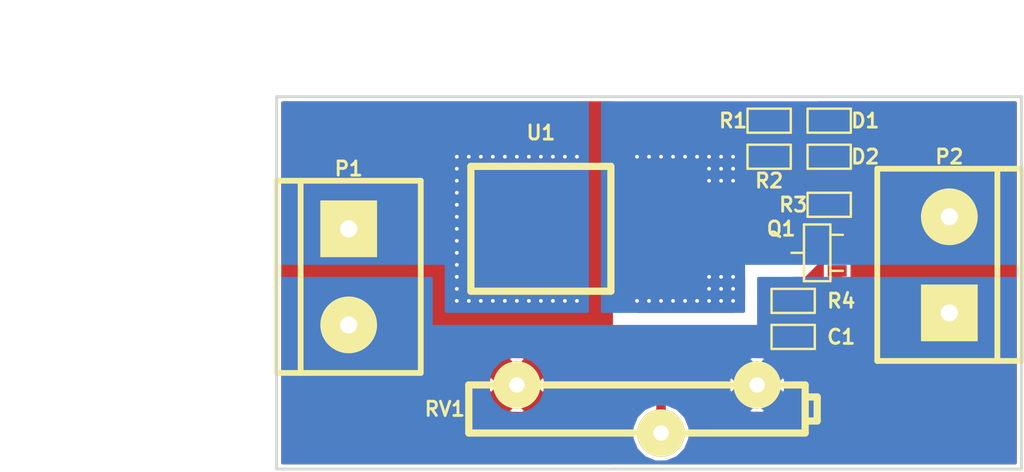
<source format=kicad_pcb>
(kicad_pcb (version 4) (host pcbnew 4.0.4-stable)

  (general
    (links 20)
    (no_connects 0)
    (area 112.165001 60.165 169.2116 84.530001)
    (thickness 1.6)
    (drawings 6)
    (tracks 145)
    (zones 0)
    (modules 12)
    (nets 10)
  )

  (page A4)
  (layers
    (0 F.Cu signal)
    (31 B.Cu signal hide)
    (32 B.Adhes user)
    (33 F.Adhes user)
    (34 B.Paste user)
    (35 F.Paste user)
    (36 B.SilkS user)
    (37 F.SilkS user)
    (38 B.Mask user)
    (39 F.Mask user)
    (40 Dwgs.User user)
    (41 Cmts.User user)
    (42 Eco1.User user)
    (43 Eco2.User user)
    (44 Edge.Cuts user)
    (45 Margin user)
    (46 B.CrtYd user)
    (47 F.CrtYd user)
    (48 B.Fab user)
    (49 F.Fab user)
  )

  (setup
    (last_trace_width 0.25)
    (user_trace_width 0.5)
    (user_trace_width 0.75)
    (user_trace_width 1)
    (user_trace_width 2)
    (user_trace_width 3)
    (trace_clearance 0.2)
    (zone_clearance 0.17)
    (zone_45_only yes)
    (trace_min 0.2)
    (segment_width 0.2)
    (edge_width 0.15)
    (via_size 0.6)
    (via_drill 0.4)
    (via_min_size 0.4)
    (via_min_drill 0.2)
    (user_via 0.6 0.2)
    (uvia_size 0.3)
    (uvia_drill 0.1)
    (uvias_allowed no)
    (uvia_min_size 0.2)
    (uvia_min_drill 0.1)
    (pcb_text_width 0.3)
    (pcb_text_size 1.5 1.5)
    (mod_edge_width 0.15)
    (mod_text_size 0.75 0.75)
    (mod_text_width 0.15)
    (pad_size 3 3)
    (pad_drill 0.9)
    (pad_to_mask_clearance 0.2)
    (aux_axis_origin 0 0)
    (visible_elements FFFFFF7F)
    (pcbplotparams
      (layerselection 0x01030_80000001)
      (usegerberextensions true)
      (excludeedgelayer true)
      (linewidth 0.100000)
      (plotframeref false)
      (viasonmask false)
      (mode 1)
      (useauxorigin false)
      (hpglpennumber 1)
      (hpglpenspeed 20)
      (hpglpendiameter 15)
      (hpglpenoverlay 2)
      (psnegative false)
      (psa4output false)
      (plotreference true)
      (plotvalue true)
      (plotinvisibletext false)
      (padsonsilk false)
      (subtractmaskfromsilk false)
      (outputformat 1)
      (mirror false)
      (drillshape 0)
      (scaleselection 1)
      (outputdirectory gerber/))
  )

  (net 0 "")
  (net 1 VCC)
  (net 2 GND)
  (net 3 "Net-(D1-Pad1)")
  (net 4 "Net-(D2-Pad1)")
  (net 5 "Net-(P2-Pad2)")
  (net 6 "Net-(R3-Pad1)")
  (net 7 "Net-(Q1-Pad2)")
  (net 8 "Net-(Q1-Pad3)")
  (net 9 "Net-(C1-Pad1)")

  (net_class Default "This is the default net class."
    (clearance 0.2)
    (trace_width 0.25)
    (via_dia 0.6)
    (via_drill 0.4)
    (uvia_dia 0.3)
    (uvia_drill 0.1)
    (add_net GND)
    (add_net "Net-(C1-Pad1)")
    (add_net "Net-(D1-Pad1)")
    (add_net "Net-(D2-Pad1)")
    (add_net "Net-(P2-Pad2)")
    (add_net "Net-(Q1-Pad2)")
    (add_net "Net-(Q1-Pad3)")
    (add_net "Net-(R3-Pad1)")
    (add_net VCC)
  )

  (module connect:bornier2 (layer F.Cu) (tedit 57F3F765) (tstamp 57F27D63)
    (at 162.56 73.66 90)
    (descr "Bornier d'alimentation 2 pins")
    (tags DEV)
    (path /57E2E27C)
    (fp_text reference P2 (at 5.715 0 180) (layer F.SilkS)
      (effects (font (size 0.75 0.75) (thickness 0.15)))
    )
    (fp_text value CONN_2 (at 0 5.08 90) (layer F.SilkS) hide
      (effects (font (thickness 0.3048)))
    )
    (fp_line (start 5.08 2.54) (end -5.08 2.54) (layer F.SilkS) (width 0.3048))
    (fp_line (start 5.08 3.81) (end 5.08 -3.81) (layer F.SilkS) (width 0.3048))
    (fp_line (start 5.08 -3.81) (end -5.08 -3.81) (layer F.SilkS) (width 0.3048))
    (fp_line (start -5.08 -3.81) (end -5.08 3.81) (layer F.SilkS) (width 0.3048))
    (fp_line (start -5.08 3.81) (end 5.08 3.81) (layer F.SilkS) (width 0.3048))
    (pad 1 thru_hole rect (at -2.54 0 90) (size 3 3) (drill 0.9) (layers *.Cu *.Mask F.SilkS)
      (net 2 GND))
    (pad 2 thru_hole circle (at 2.54 0 90) (size 3 3) (drill 0.9) (layers *.Cu *.Mask F.SilkS)
      (net 5 "Net-(P2-Pad2)"))
    (model device/bornier_2.wrl
      (at (xyz 0 0 0))
      (scale (xyz 1 1 1))
      (rotate (xyz 0 0 0))
    )
  )

  (module libcms:SM0603 (layer F.Cu) (tedit 57F3F80F) (tstamp 57F27D51)
    (at 156.21 66.04)
    (path /57E2F7BC)
    (attr smd)
    (fp_text reference D1 (at 1.905 0) (layer F.SilkS)
      (effects (font (size 0.75 0.75) (thickness 0.15)))
    )
    (fp_text value LED (at 0 0) (layer F.SilkS) hide
      (effects (font (size 0.508 0.4572) (thickness 0.1143)))
    )
    (fp_line (start -1.143 -0.635) (end 1.143 -0.635) (layer F.SilkS) (width 0.127))
    (fp_line (start 1.143 -0.635) (end 1.143 0.635) (layer F.SilkS) (width 0.127))
    (fp_line (start 1.143 0.635) (end -1.143 0.635) (layer F.SilkS) (width 0.127))
    (fp_line (start -1.143 0.635) (end -1.143 -0.635) (layer F.SilkS) (width 0.127))
    (pad 1 smd rect (at -0.762 0) (size 0.635 1.143) (layers F.Cu F.Paste F.Mask)
      (net 3 "Net-(D1-Pad1)"))
    (pad 2 smd rect (at 0.762 0) (size 0.635 1.143) (layers F.Cu F.Paste F.Mask)
      (net 2 GND))
    (model smd\resistors\R0603.wrl
      (at (xyz 0 0 0.001))
      (scale (xyz 0.5 0.5 0.5))
      (rotate (xyz 0 0 0))
    )
  )

  (module libcms:SM0603 (layer F.Cu) (tedit 57F3F808) (tstamp 57F27D57)
    (at 156.21 67.945)
    (path /57E2E629)
    (attr smd)
    (fp_text reference D2 (at 1.905 0) (layer F.SilkS)
      (effects (font (size 0.75 0.75) (thickness 0.15)))
    )
    (fp_text value LED (at 0 0) (layer F.SilkS) hide
      (effects (font (size 0.508 0.4572) (thickness 0.1143)))
    )
    (fp_line (start -1.143 -0.635) (end 1.143 -0.635) (layer F.SilkS) (width 0.127))
    (fp_line (start 1.143 -0.635) (end 1.143 0.635) (layer F.SilkS) (width 0.127))
    (fp_line (start 1.143 0.635) (end -1.143 0.635) (layer F.SilkS) (width 0.127))
    (fp_line (start -1.143 0.635) (end -1.143 -0.635) (layer F.SilkS) (width 0.127))
    (pad 1 smd rect (at -0.762 0) (size 0.635 1.143) (layers F.Cu F.Paste F.Mask)
      (net 4 "Net-(D2-Pad1)"))
    (pad 2 smd rect (at 0.762 0) (size 0.635 1.143) (layers F.Cu F.Paste F.Mask)
      (net 2 GND))
    (model smd\resistors\R0603.wrl
      (at (xyz 0 0 0.001))
      (scale (xyz 0.5 0.5 0.5))
      (rotate (xyz 0 0 0))
    )
  )

  (module connect:bornier2 (layer F.Cu) (tedit 57F3F8D3) (tstamp 57F27D5D)
    (at 130.81 74.295 270)
    (descr "Bornier d'alimentation 2 pins")
    (tags DEV)
    (path /57E30469)
    (fp_text reference P1 (at -5.715 0 360) (layer F.SilkS)
      (effects (font (size 0.75 0.75) (thickness 0.15)))
    )
    (fp_text value CONN_2 (at 0 5.08 270) (layer F.SilkS) hide
      (effects (font (thickness 0.3048)))
    )
    (fp_line (start 5.08 2.54) (end -5.08 2.54) (layer F.SilkS) (width 0.3048))
    (fp_line (start 5.08 3.81) (end 5.08 -3.81) (layer F.SilkS) (width 0.3048))
    (fp_line (start 5.08 -3.81) (end -5.08 -3.81) (layer F.SilkS) (width 0.3048))
    (fp_line (start -5.08 -3.81) (end -5.08 3.81) (layer F.SilkS) (width 0.3048))
    (fp_line (start -5.08 3.81) (end 5.08 3.81) (layer F.SilkS) (width 0.3048))
    (pad 1 thru_hole rect (at -2.54 0 270) (size 3 3) (drill 0.9) (layers *.Cu *.Mask F.SilkS)
      (net 1 VCC))
    (pad 2 thru_hole circle (at 2.54 0 270) (size 3 3) (drill 0.9) (layers *.Cu *.Mask F.SilkS)
      (net 2 GND))
    (model device/bornier_2.wrl
      (at (xyz 0 0 0))
      (scale (xyz 1 1 1))
      (rotate (xyz 0 0 0))
    )
  )

  (module libcms:SM0603 (layer F.Cu) (tedit 57F3F83F) (tstamp 57F27D70)
    (at 153.035 66.04)
    (path /57E2F4FB)
    (attr smd)
    (fp_text reference R1 (at -1.905 0) (layer F.SilkS)
      (effects (font (size 0.75 0.75) (thickness 0.15)))
    )
    (fp_text value R (at 0 0) (layer F.SilkS) hide
      (effects (font (size 0.508 0.4572) (thickness 0.1143)))
    )
    (fp_line (start -1.143 -0.635) (end 1.143 -0.635) (layer F.SilkS) (width 0.127))
    (fp_line (start 1.143 -0.635) (end 1.143 0.635) (layer F.SilkS) (width 0.127))
    (fp_line (start 1.143 0.635) (end -1.143 0.635) (layer F.SilkS) (width 0.127))
    (fp_line (start -1.143 0.635) (end -1.143 -0.635) (layer F.SilkS) (width 0.127))
    (pad 1 smd rect (at -0.762 0) (size 0.635 1.143) (layers F.Cu F.Paste F.Mask)
      (net 1 VCC))
    (pad 2 smd rect (at 0.762 0) (size 0.635 1.143) (layers F.Cu F.Paste F.Mask)
      (net 3 "Net-(D1-Pad1)"))
    (model smd\resistors\R0603.wrl
      (at (xyz 0 0 0.001))
      (scale (xyz 0.5 0.5 0.5))
      (rotate (xyz 0 0 0))
    )
  )

  (module libcms:SM0603 (layer F.Cu) (tedit 57F3F824) (tstamp 57F27D76)
    (at 153.035 67.945)
    (path /57E2E5E3)
    (attr smd)
    (fp_text reference R2 (at 0 1.27) (layer F.SilkS)
      (effects (font (size 0.75 0.75) (thickness 0.15)))
    )
    (fp_text value R (at 0 0) (layer F.SilkS) hide
      (effects (font (size 0.508 0.4572) (thickness 0.1143)))
    )
    (fp_line (start -1.143 -0.635) (end 1.143 -0.635) (layer F.SilkS) (width 0.127))
    (fp_line (start 1.143 -0.635) (end 1.143 0.635) (layer F.SilkS) (width 0.127))
    (fp_line (start 1.143 0.635) (end -1.143 0.635) (layer F.SilkS) (width 0.127))
    (fp_line (start -1.143 0.635) (end -1.143 -0.635) (layer F.SilkS) (width 0.127))
    (pad 1 smd rect (at -0.762 0) (size 0.635 1.143) (layers F.Cu F.Paste F.Mask)
      (net 5 "Net-(P2-Pad2)"))
    (pad 2 smd rect (at 0.762 0) (size 0.635 1.143) (layers F.Cu F.Paste F.Mask)
      (net 4 "Net-(D2-Pad1)"))
    (model smd\resistors\R0603.wrl
      (at (xyz 0 0 0.001))
      (scale (xyz 0.5 0.5 0.5))
      (rotate (xyz 0 0 0))
    )
  )

  (module libcms:SM0603 (layer F.Cu) (tedit 57F3F7CA) (tstamp 57F27D82)
    (at 154.305 75.565)
    (path /57F269B7)
    (attr smd)
    (fp_text reference R4 (at 2.54 0) (layer F.SilkS)
      (effects (font (size 0.75 0.75) (thickness 0.15)))
    )
    (fp_text value 4.7k (at 0 0) (layer F.SilkS) hide
      (effects (font (size 0.508 0.4572) (thickness 0.1143)))
    )
    (fp_line (start -1.143 -0.635) (end 1.143 -0.635) (layer F.SilkS) (width 0.127))
    (fp_line (start 1.143 -0.635) (end 1.143 0.635) (layer F.SilkS) (width 0.127))
    (fp_line (start 1.143 0.635) (end -1.143 0.635) (layer F.SilkS) (width 0.127))
    (fp_line (start -1.143 0.635) (end -1.143 -0.635) (layer F.SilkS) (width 0.127))
    (pad 1 smd rect (at -0.762 0) (size 0.635 1.143) (layers F.Cu F.Paste F.Mask)
      (net 9 "Net-(C1-Pad1)"))
    (pad 2 smd rect (at 0.762 0) (size 0.635 1.143) (layers F.Cu F.Paste F.Mask)
      (net 7 "Net-(Q1-Pad2)"))
    (model smd\resistors\R0603.wrl
      (at (xyz 0 0 0.001))
      (scale (xyz 0.5 0.5 0.5))
      (rotate (xyz 0 0 0))
    )
  )

  (module to252-5:TO252-5L (layer F.Cu) (tedit 57F3F5A9) (tstamp 57F27D91)
    (at 140.97 71.755 90)
    (path /57E2D89A)
    (fp_text reference U1 (at 5.08 0 180) (layer F.SilkS)
      (effects (font (size 0.75 0.75) (thickness 0.15)))
    )
    (fp_text value BTS6143 (at 5.715 0 180) (layer F.SilkS) hide
      (effects (font (thickness 0.3048)))
    )
    (fp_line (start 3.29946 -3.70078) (end -3.29946 -3.70078) (layer F.SilkS) (width 0.381))
    (fp_line (start -3.29946 -3.70078) (end -3.29946 3.70078) (layer F.SilkS) (width 0.381))
    (fp_line (start -3.29946 3.70078) (end 3.29946 3.70078) (layer F.SilkS) (width 0.381))
    (fp_line (start 3.29946 3.70078) (end 3.29946 -3.70078) (layer F.SilkS) (width 0.381))
    (pad 3 smd rect (at 0 0 90) (size 6.25094 6.79958) (layers F.Cu F.Paste F.Mask)
      (net 1 VCC) (clearance 0.14986))
    (pad 1 smd rect (at -2.54 6.59892 90) (size 0.81026 2.99974) (layers F.Cu F.Paste F.Mask)
      (net 5 "Net-(P2-Pad2)"))
    (pad 2 smd rect (at -1.27 6.59892 90) (size 0.81026 2.99974) (layers F.Cu F.Paste F.Mask)
      (net 8 "Net-(Q1-Pad3)"))
    (pad 4 smd rect (at 1.27 6.59892 90) (size 0.81026 2.99974) (layers F.Cu F.Paste F.Mask)
      (net 6 "Net-(R3-Pad1)"))
    (pad 5 smd rect (at 2.54 6.59892 90) (size 0.81026 2.99974) (layers F.Cu F.Paste F.Mask)
      (net 5 "Net-(P2-Pad2)"))
  )

  (module libcms:SM0603 (layer F.Cu) (tedit 57F3F836) (tstamp 57F27E42)
    (at 156.21 70.485)
    (path /57E2E0BA)
    (attr smd)
    (fp_text reference R3 (at -1.905 0) (layer F.SilkS)
      (effects (font (size 0.75 0.75) (thickness 0.15)))
    )
    (fp_text value R (at 0 0) (layer F.SilkS) hide
      (effects (font (size 0.508 0.4572) (thickness 0.1143)))
    )
    (fp_line (start -1.143 -0.635) (end 1.143 -0.635) (layer F.SilkS) (width 0.127))
    (fp_line (start 1.143 -0.635) (end 1.143 0.635) (layer F.SilkS) (width 0.127))
    (fp_line (start 1.143 0.635) (end -1.143 0.635) (layer F.SilkS) (width 0.127))
    (fp_line (start -1.143 0.635) (end -1.143 -0.635) (layer F.SilkS) (width 0.127))
    (pad 1 smd rect (at -0.762 0) (size 0.635 1.143) (layers F.Cu F.Paste F.Mask)
      (net 6 "Net-(R3-Pad1)"))
    (pad 2 smd rect (at 0.762 0) (size 0.635 1.143) (layers F.Cu F.Paste F.Mask)
      (net 2 GND))
    (model smd\resistors\R0603.wrl
      (at (xyz 0 0 0.001))
      (scale (xyz 0.5 0.5 0.5))
      (rotate (xyz 0 0 0))
    )
  )

  (module misc:trimmer1 (layer F.Cu) (tedit 57F3F782) (tstamp 57F27E47)
    (at 146.05 81.28 180)
    (path /57F26A5C)
    (fp_text reference RV1 (at 10.16 0 180) (layer F.SilkS)
      (effects (font (size 0.75 0.75) (thickness 0.15)))
    )
    (fp_text value 10k (at 5.715 0 180) (layer F.SilkS) hide
      (effects (font (thickness 0.3048)))
    )
    (fp_line (start -8.89 -0.635) (end -9.525 -0.635) (layer F.SilkS) (width 0.381))
    (fp_line (start -9.525 -0.635) (end -9.525 0.635) (layer F.SilkS) (width 0.381))
    (fp_line (start -9.525 0.635) (end -8.89 0.635) (layer F.SilkS) (width 0.381))
    (fp_line (start -8.89 1.27) (end 8.89 1.27) (layer F.SilkS) (width 0.381))
    (fp_line (start 8.89 1.27) (end 8.89 -1.27) (layer F.SilkS) (width 0.381))
    (fp_line (start 8.89 -1.27) (end -8.89 -1.27) (layer F.SilkS) (width 0.381))
    (fp_line (start -8.89 -1.27) (end -8.89 1.27) (layer F.SilkS) (width 0.381))
    (pad 1 thru_hole circle (at -6.35 1.27 180) (size 2.49936 2.49936) (drill 0.8128) (layers *.Cu *.Mask F.SilkS)
      (net 2 GND))
    (pad 2 thru_hole circle (at -1.27 -1.27 180) (size 2.49936 2.49936) (drill 0.8128) (layers *.Cu *.Mask F.SilkS)
      (net 9 "Net-(C1-Pad1)"))
    (pad 3 thru_hole circle (at 6.35 1.27 180) (size 2.49936 2.49936) (drill 0.8128) (layers *.Cu *.Mask F.SilkS)
      (net 1 VCC))
    (model 3D/pot/pot_sp19l.wrl
      (at (xyz 0.02 0 0))
      (scale (xyz 1 1 1))
      (rotate (xyz 0 0 0))
    )
  )

  (module misc:sot23BEC (layer F.Cu) (tedit 57F3F7E6) (tstamp 57F28107)
    (at 155.575 73.025 90)
    (descr SOT23)
    (path /57F2671F)
    (attr smd)
    (fp_text reference Q1 (at 1.27 -1.905 180) (layer F.SilkS)
      (effects (font (size 0.75 0.75) (thickness 0.15)))
    )
    (fp_text value "BC 850C" (at 0 0.09906 90) (layer F.SilkS) hide
      (effects (font (size 0.50038 0.50038) (thickness 0.09906)))
    )
    (fp_line (start 0.9525 0.6985) (end 0.9525 1.3589) (layer F.SilkS) (width 0.127))
    (fp_line (start -0.9525 0.6985) (end -0.9525 1.3589) (layer F.SilkS) (width 0.127))
    (fp_line (start 0 -0.6985) (end 0 -1.3589) (layer F.SilkS) (width 0.127))
    (fp_line (start -1.4986 -0.6985) (end 1.4986 -0.6985) (layer F.SilkS) (width 0.127))
    (fp_line (start 1.4986 -0.6985) (end 1.4986 0.6985) (layer F.SilkS) (width 0.127))
    (fp_line (start 1.4986 0.6985) (end -1.4986 0.6985) (layer F.SilkS) (width 0.127))
    (fp_line (start -1.4986 0.6985) (end -1.4986 -0.6985) (layer F.SilkS) (width 0.127))
    (pad 2 smd rect (at -0.9525 1.05664 90) (size 0.59944 1.00076) (layers F.Cu F.Paste F.Mask)
      (net 7 "Net-(Q1-Pad2)"))
    (pad 3 smd rect (at 0 -1.05664 90) (size 0.59944 1.00076) (layers F.Cu F.Paste F.Mask)
      (net 8 "Net-(Q1-Pad3)"))
    (pad 1 smd rect (at 0.9525 1.05664 90) (size 0.59944 1.00076) (layers F.Cu F.Paste F.Mask)
      (net 2 GND))
    (model smd/smd_transistors/sot23.wrl
      (at (xyz 0 0 0))
      (scale (xyz 1 1 1))
      (rotate (xyz 0 0 0))
    )
  )

  (module libcms:SM0603 (layer F.Cu) (tedit 57F3F7D7) (tstamp 57F3D19B)
    (at 154.305 77.47)
    (path /57F3D205)
    (attr smd)
    (fp_text reference C1 (at 2.54 0) (layer F.SilkS)
      (effects (font (size 0.75 0.75) (thickness 0.15)))
    )
    (fp_text value 100nf (at 0 0) (layer F.SilkS) hide
      (effects (font (size 0.508 0.4572) (thickness 0.1143)))
    )
    (fp_line (start -1.143 -0.635) (end 1.143 -0.635) (layer F.SilkS) (width 0.127))
    (fp_line (start 1.143 -0.635) (end 1.143 0.635) (layer F.SilkS) (width 0.127))
    (fp_line (start 1.143 0.635) (end -1.143 0.635) (layer F.SilkS) (width 0.127))
    (fp_line (start -1.143 0.635) (end -1.143 -0.635) (layer F.SilkS) (width 0.127))
    (pad 1 smd rect (at -0.762 0) (size 0.635 1.143) (layers F.Cu F.Paste F.Mask)
      (net 9 "Net-(C1-Pad1)"))
    (pad 2 smd rect (at 0.762 0) (size 0.635 1.143) (layers F.Cu F.Paste F.Mask)
      (net 2 GND))
    (model smd\resistors\R0603.wrl
      (at (xyz 0 0 0.001))
      (scale (xyz 0.5 0.5 0.5))
      (rotate (xyz 0 0 0))
    )
  )

  (gr_line (start 166.37 64.77) (end 127 64.77) (angle 90) (layer Edge.Cuts) (width 0.15))
  (gr_line (start 127 84.455) (end 166.37 84.455) (angle 90) (layer Edge.Cuts) (width 0.15))
  (gr_line (start 127 64.77) (end 127 84.455) (angle 90) (layer Edge.Cuts) (width 0.15))
  (dimension 39.37 (width 0.3) (layer Cmts.User)
    (gr_text "39.370 mm" (at 146.685 61.515) (layer Cmts.User)
      (effects (font (size 1.5 1.5) (thickness 0.3)))
    )
    (feature1 (pts (xy 127 64.77) (xy 127 60.165)))
    (feature2 (pts (xy 166.37 64.77) (xy 166.37 60.165)))
    (crossbar (pts (xy 166.37 62.865) (xy 127 62.865)))
    (arrow1a (pts (xy 127 62.865) (xy 128.126504 62.278579)))
    (arrow1b (pts (xy 127 62.865) (xy 128.126504 63.451421)))
    (arrow2a (pts (xy 166.37 62.865) (xy 165.243496 62.278579)))
    (arrow2b (pts (xy 166.37 62.865) (xy 165.243496 63.451421)))
  )
  (gr_line (start 166.37 64.77) (end 166.37 84.455) (angle 90) (layer Edge.Cuts) (width 0.15))
  (dimension 19.685 (width 0.3) (layer Cmts.User)
    (gr_text "19.685 mm" (at 118.665 74.6125 270) (layer Cmts.User)
      (effects (font (size 1.5 1.5) (thickness 0.3)))
    )
    (feature1 (pts (xy 123.825 84.455) (xy 117.315 84.455)))
    (feature2 (pts (xy 123.825 64.77) (xy 117.315 64.77)))
    (crossbar (pts (xy 120.015 64.77) (xy 120.015 84.455)))
    (arrow1a (pts (xy 120.015 84.455) (xy 119.428579 83.328496)))
    (arrow1b (pts (xy 120.015 84.455) (xy 120.601421 83.328496)))
    (arrow2a (pts (xy 120.015 64.77) (xy 119.428579 65.896504)))
    (arrow2b (pts (xy 120.015 64.77) (xy 120.601421 65.896504)))
  )

  (via (at 141.605 75.565) (size 0.6) (drill 0.2) (layers F.Cu B.Cu) (net 1))
  (via (at 140.97 75.565) (size 0.6) (drill 0.2) (layers F.Cu B.Cu) (net 1))
  (via (at 140.335 75.565) (size 0.6) (drill 0.2) (layers F.Cu B.Cu) (net 1))
  (via (at 139.7 75.565) (size 0.6) (drill 0.2) (layers F.Cu B.Cu) (net 1))
  (via (at 139.065 75.565) (size 0.6) (drill 0.2) (layers F.Cu B.Cu) (net 1))
  (via (at 138.43 75.565) (size 0.6) (drill 0.2) (layers F.Cu B.Cu) (net 1))
  (via (at 137.795 75.565) (size 0.6) (drill 0.2) (layers F.Cu B.Cu) (net 1))
  (via (at 137.16 75.565) (size 0.6) (drill 0.2) (layers F.Cu B.Cu) (net 1))
  (via (at 136.525 75.565) (size 0.6) (drill 0.2) (layers F.Cu B.Cu) (net 1))
  (via (at 136.525 74.93) (size 0.6) (drill 0.2) (layers F.Cu B.Cu) (net 1))
  (via (at 136.525 74.295) (size 0.6) (drill 0.2) (layers F.Cu B.Cu) (net 1))
  (via (at 136.525 73.66) (size 0.6) (drill 0.2) (layers F.Cu B.Cu) (net 1))
  (via (at 136.525 73.025) (size 0.6) (drill 0.2) (layers F.Cu B.Cu) (net 1))
  (via (at 136.525 72.39) (size 0.6) (drill 0.2) (layers F.Cu B.Cu) (net 1))
  (via (at 136.525 71.755) (size 0.6) (drill 0.2) (layers F.Cu B.Cu) (net 1))
  (via (at 136.525 71.12) (size 0.6) (drill 0.2) (layers F.Cu B.Cu) (net 1))
  (via (at 136.525 70.485) (size 0.6) (drill 0.2) (layers F.Cu B.Cu) (net 1))
  (via (at 136.525 69.85) (size 0.6) (drill 0.2) (layers F.Cu B.Cu) (net 1))
  (via (at 136.525 69.215) (size 0.6) (drill 0.2) (layers F.Cu B.Cu) (net 1))
  (via (at 136.525 68.58) (size 0.6) (drill 0.2) (layers F.Cu B.Cu) (net 1))
  (via (at 136.525 67.945) (size 0.6) (drill 0.2) (layers F.Cu B.Cu) (net 1))
  (via (at 142.24 75.565) (size 0.6) (drill 0.2) (layers F.Cu B.Cu) (net 1))
  (via (at 142.875 75.565) (size 0.6) (drill 0.2) (layers F.Cu B.Cu) (net 1))
  (segment (start 140.97 75.565) (end 141.605 75.565) (width 0.5) (layer F.Cu) (net 1) (tstamp 57F3E1FD))
  (segment (start 141.605 75.565) (end 142.24 75.565) (width 0.5) (layer F.Cu) (net 1) (tstamp 57F3ED2F))
  (segment (start 142.24 75.565) (end 142.875 75.565) (width 0.5) (layer F.Cu) (net 1) (tstamp 57F3E210))
  (segment (start 140.97 71.755) (end 136.525 71.755) (width 0.5) (layer F.Cu) (net 1))
  (segment (start 140.97 75.565) (end 140.97 71.755) (width 0.5) (layer F.Cu) (net 1))
  (segment (start 137.16 67.945) (end 136.525 67.945) (width 0.5) (layer F.Cu) (net 1))
  (segment (start 136.525 67.945) (end 136.525 68.58) (width 0.5) (layer F.Cu) (net 1) (tstamp 57F3E1F4))
  (segment (start 136.525 68.58) (end 136.525 69.215) (width 0.5) (layer F.Cu) (net 1) (tstamp 57F3E24C))
  (segment (start 136.525 69.215) (end 136.525 69.85) (width 0.5) (layer F.Cu) (net 1) (tstamp 57F3E251))
  (segment (start 136.525 69.85) (end 136.525 70.485) (width 0.5) (layer F.Cu) (net 1) (tstamp 57F3E257))
  (segment (start 136.525 70.485) (end 136.525 71.12) (width 0.5) (layer F.Cu) (net 1) (tstamp 57F3E26E))
  (segment (start 136.525 71.12) (end 136.525 71.755) (width 0.5) (layer F.Cu) (net 1) (tstamp 57F3E273))
  (via (at 137.16 67.945) (size 0.6) (drill 0.2) (layers F.Cu B.Cu) (net 1))
  (segment (start 137.16 67.945) (end 137.795 67.945) (width 0.5) (layer F.Cu) (net 1) (tstamp 57F3DD9C))
  (segment (start 138.43 67.945) (end 137.795 67.945) (width 0.5) (layer F.Cu) (net 1) (tstamp 57F3DCF3))
  (segment (start 139.065 67.945) (end 138.43 67.945) (width 0.5) (layer F.Cu) (net 1) (tstamp 57F3DCED))
  (segment (start 139.7 67.945) (end 139.065 67.945) (width 0.5) (layer F.Cu) (net 1) (tstamp 57F3DCE7))
  (segment (start 140.335 67.945) (end 139.7 67.945) (width 0.5) (layer F.Cu) (net 1) (tstamp 57F3DCE1))
  (segment (start 140.97 67.945) (end 140.335 67.945) (width 0.5) (layer F.Cu) (net 1))
  (via (at 140.97 67.945) (size 0.6) (drill 0.2) (layers F.Cu B.Cu) (net 1))
  (via (at 140.335 67.945) (size 0.6) (drill 0.2) (layers F.Cu B.Cu) (net 1))
  (via (at 139.7 67.945) (size 0.6) (drill 0.2) (layers F.Cu B.Cu) (net 1))
  (via (at 139.065 67.945) (size 0.6) (drill 0.2) (layers F.Cu B.Cu) (net 1))
  (via (at 138.43 67.945) (size 0.6) (drill 0.2) (layers F.Cu B.Cu) (net 1))
  (via (at 137.795 67.945) (size 0.6) (drill 0.2) (layers F.Cu B.Cu) (net 1))
  (segment (start 140.97 67.945) (end 140.97 71.755) (width 0.5) (layer F.Cu) (net 1) (tstamp 57F3DC7B))
  (segment (start 136.525 75.565) (end 137.16 75.565) (width 0.5) (layer F.Cu) (net 1) (tstamp 57F3E1F5))
  (segment (start 137.16 75.565) (end 137.795 75.565) (width 0.5) (layer F.Cu) (net 1) (tstamp 57F3ED09))
  (segment (start 137.795 75.565) (end 138.43 75.565) (width 0.5) (layer F.Cu) (net 1) (tstamp 57F3ED0F))
  (segment (start 138.43 75.565) (end 139.065 75.565) (width 0.5) (layer F.Cu) (net 1) (tstamp 57F3ED15))
  (segment (start 139.065 75.565) (end 139.7 75.565) (width 0.5) (layer F.Cu) (net 1) (tstamp 57F3ED1A))
  (segment (start 139.7 75.565) (end 140.335 75.565) (width 0.5) (layer F.Cu) (net 1) (tstamp 57F3ED1F))
  (segment (start 140.335 75.565) (end 140.97 75.565) (width 0.5) (layer F.Cu) (net 1) (tstamp 57F3ED25))
  (segment (start 136.525 71.755) (end 136.525 72.39) (width 0.5) (layer F.Cu) (net 1) (tstamp 57F3E203))
  (segment (start 136.525 72.39) (end 136.525 73.025) (width 0.5) (layer F.Cu) (net 1) (tstamp 57F3ECE2))
  (segment (start 136.525 73.025) (end 136.525 73.66) (width 0.5) (layer F.Cu) (net 1) (tstamp 57F3ECE8))
  (segment (start 136.525 73.66) (end 136.525 74.295) (width 0.5) (layer F.Cu) (net 1) (tstamp 57F3ECED))
  (segment (start 136.525 74.295) (end 136.525 74.93) (width 0.5) (layer F.Cu) (net 1) (tstamp 57F3ECF3))
  (segment (start 136.525 74.93) (end 136.525 75.565) (width 0.5) (layer F.Cu) (net 1) (tstamp 57F3ECF9))
  (via (at 141.605 67.945) (size 0.6) (drill 0.2) (layers F.Cu B.Cu) (net 1))
  (via (at 142.24 67.945) (size 0.6) (drill 0.2) (layers F.Cu B.Cu) (net 1))
  (via (at 142.875 67.945) (size 0.6) (drill 0.2) (layers F.Cu B.Cu) (net 1))
  (segment (start 140.97 67.945) (end 141.605 67.945) (width 0.5) (layer F.Cu) (net 1))
  (segment (start 141.605 67.945) (end 142.24 67.945) (width 0.5) (layer F.Cu) (net 1) (tstamp 57F3DC8D))
  (segment (start 142.24 67.945) (end 142.875 67.945) (width 0.5) (layer F.Cu) (net 1) (tstamp 57F3DC85))
  (segment (start 152.273 66.04) (end 142.24 66.04) (width 0.5) (layer F.Cu) (net 1))
  (segment (start 140.97 67.31) (end 140.97 67.945) (width 0.5) (layer F.Cu) (net 1) (tstamp 57F28256))
  (segment (start 142.24 66.04) (end 140.97 67.31) (width 0.5) (layer F.Cu) (net 1) (tstamp 57F28255))
  (segment (start 153.797 66.04) (end 155.448 66.04) (width 0.75) (layer F.Cu) (net 3))
  (segment (start 153.797 67.945) (end 155.448 67.945) (width 0.75) (layer F.Cu) (net 4))
  (via (at 150.495 69.215) (size 0.6) (drill 0.2) (layers F.Cu B.Cu) (net 5))
  (via (at 149.86 69.215) (size 0.6) (drill 0.2) (layers F.Cu B.Cu) (net 5))
  (via (at 149.86 74.295) (size 0.6) (drill 0.2) (layers F.Cu B.Cu) (net 5))
  (segment (start 151.13 74.93) (end 151.13 74.295) (width 0.5) (layer F.Cu) (net 5))
  (segment (start 150.495 74.295) (end 151.13 74.295) (width 0.5) (layer F.Cu) (net 5) (tstamp 57F3DB9E))
  (segment (start 150.495 74.295) (end 149.86 74.295) (width 0.5) (layer F.Cu) (net 5))
  (via (at 151.13 74.93) (size 0.6) (drill 0.2) (layers F.Cu B.Cu) (net 5))
  (via (at 151.13 74.295) (size 0.6) (drill 0.2) (layers F.Cu B.Cu) (net 5))
  (via (at 150.495 74.295) (size 0.6) (drill 0.2) (layers F.Cu B.Cu) (net 5))
  (via (at 149.86 74.93) (size 0.6) (drill 0.2) (layers F.Cu B.Cu) (net 5))
  (segment (start 149.86 74.93) (end 150.495 74.93) (width 0.5) (layer F.Cu) (net 5) (tstamp 57F3DB92))
  (segment (start 150.495 74.93) (end 151.13 74.93) (width 0.5) (layer F.Cu) (net 5))
  (via (at 150.495 74.93) (size 0.6) (drill 0.2) (layers F.Cu B.Cu) (net 5))
  (via (at 151.13 75.565) (size 0.6) (drill 0.2) (layers F.Cu B.Cu) (net 5))
  (via (at 150.495 75.565) (size 0.6) (drill 0.2) (layers F.Cu B.Cu) (net 5))
  (via (at 149.86 75.565) (size 0.6) (drill 0.2) (layers F.Cu B.Cu) (net 5))
  (via (at 149.225 75.565) (size 0.6) (drill 0.2) (layers F.Cu B.Cu) (net 5))
  (via (at 148.59 75.565) (size 0.6) (drill 0.2) (layers F.Cu B.Cu) (net 5))
  (segment (start 148.59 75.565) (end 149.225 75.565) (width 0.5) (layer F.Cu) (net 5) (tstamp 57F3D257))
  (segment (start 149.225 75.565) (end 149.86 75.565) (width 0.5) (layer F.Cu) (net 5) (tstamp 57F3D25F))
  (segment (start 149.86 75.565) (end 150.495 75.565) (width 0.5) (layer F.Cu) (net 5) (tstamp 57F3D261))
  (segment (start 151.13 75.565) (end 150.495 75.565) (width 0.5) (layer F.Cu) (net 5) (tstamp 57F3D269))
  (via (at 147.32 75.565) (size 0.6) (drill 0.2) (layers F.Cu B.Cu) (net 5))
  (via (at 147.955 75.565) (size 0.6) (drill 0.2) (layers F.Cu B.Cu) (net 5))
  (segment (start 147.955 75.565) (end 147.32 75.565) (width 0.5) (layer F.Cu) (net 5) (tstamp 57F3D242))
  (segment (start 147.955 75.565) (end 148.59 75.565) (width 0.5) (layer F.Cu) (net 5) (tstamp 57F3D255))
  (segment (start 151.13 74.93) (end 151.13 75.565) (width 0.5) (layer F.Cu) (net 5) (tstamp 57F3DB81))
  (via (at 151.13 69.215) (size 0.6) (drill 0.2) (layers F.Cu B.Cu) (net 5))
  (via (at 151.13 68.58) (size 0.6) (drill 0.2) (layers F.Cu B.Cu) (net 5))
  (via (at 150.495 68.58) (size 0.6) (drill 0.2) (layers F.Cu B.Cu) (net 5))
  (segment (start 149.86 69.215) (end 150.495 69.215) (width 0.5) (layer F.Cu) (net 5))
  (segment (start 150.495 69.215) (end 151.13 69.215) (width 0.5) (layer F.Cu) (net 5) (tstamp 57F3EE6C))
  (segment (start 151.13 69.215) (end 151.13 68.58) (width 0.5) (layer F.Cu) (net 5))
  (segment (start 150.495 68.58) (end 151.13 68.58) (width 0.5) (layer F.Cu) (net 5))
  (segment (start 149.86 68.58) (end 150.495 68.58) (width 0.5) (layer F.Cu) (net 5))
  (via (at 149.86 68.58) (size 0.6) (drill 0.2) (layers F.Cu B.Cu) (net 5))
  (segment (start 151.13 68.58) (end 151.13 67.945) (width 0.5) (layer F.Cu) (net 5) (tstamp 57F3DB4F))
  (via (at 151.13 67.945) (size 0.6) (drill 0.2) (layers F.Cu B.Cu) (net 5))
  (segment (start 151.13 67.945) (end 150.495 67.945) (width 0.5) (layer F.Cu) (net 5) (tstamp 57F3D23B))
  (segment (start 149.86 67.945) (end 150.495 67.945) (width 0.5) (layer F.Cu) (net 5) (tstamp 57F3D233))
  (segment (start 149.225 67.945) (end 149.86 67.945) (width 0.5) (layer F.Cu) (net 5) (tstamp 57F3D231))
  (segment (start 148.59 67.945) (end 149.225 67.945) (width 0.5) (layer F.Cu) (net 5) (tstamp 57F3D229))
  (segment (start 147.955 67.945) (end 148.59 67.945) (width 0.5) (layer F.Cu) (net 5) (tstamp 57F3D227))
  (segment (start 147.32 67.945) (end 147.955 67.945) (width 0.5) (layer F.Cu) (net 5))
  (via (at 147.32 67.945) (size 0.6) (drill 0.2) (layers F.Cu B.Cu) (net 5))
  (via (at 147.955 67.945) (size 0.6) (drill 0.2) (layers F.Cu B.Cu) (net 5))
  (via (at 148.59 67.945) (size 0.6) (drill 0.2) (layers F.Cu B.Cu) (net 5))
  (via (at 149.225 67.945) (size 0.6) (drill 0.2) (layers F.Cu B.Cu) (net 5))
  (via (at 149.86 67.945) (size 0.6) (drill 0.2) (layers F.Cu B.Cu) (net 5))
  (via (at 150.495 67.945) (size 0.6) (drill 0.2) (layers F.Cu B.Cu) (net 5))
  (via (at 146.685 75.565) (size 0.6) (drill 0.2) (layers F.Cu B.Cu) (net 5))
  (segment (start 146.685 75.565) (end 147.32 75.565) (width 0.5) (layer F.Cu) (net 5) (tstamp 57F3D24D))
  (via (at 146.05 75.565) (size 0.6) (drill 0.2) (layers F.Cu B.Cu) (net 5))
  (segment (start 146.05 75.565) (end 146.685 75.565) (width 0.5) (layer F.Cu) (net 5))
  (segment (start 147.56892 75.31608) (end 147.32 75.565) (width 0.5) (layer F.Cu) (net 5) (tstamp 57F3D241))
  (segment (start 147.56892 74.295) (end 147.56892 75.31608) (width 0.5) (layer F.Cu) (net 5))
  (segment (start 149.86 69.215) (end 147.56892 69.215) (width 0.5) (layer F.Cu) (net 5))
  (via (at 146.685 67.945) (size 0.6) (drill 0.2) (layers F.Cu B.Cu) (net 5))
  (via (at 146.05 67.945) (size 0.6) (drill 0.2) (layers F.Cu B.Cu) (net 5))
  (segment (start 146.05 67.945) (end 146.685 67.945) (width 0.5) (layer F.Cu) (net 5))
  (segment (start 146.685 67.945) (end 147.32 67.945) (width 0.5) (layer F.Cu) (net 5) (tstamp 57F3D21F))
  (segment (start 147.56892 68.19392) (end 147.32 67.945) (width 0.5) (layer F.Cu) (net 5) (tstamp 57F3D20D))
  (segment (start 147.56892 68.19392) (end 147.56892 69.215) (width 0.5) (layer F.Cu) (net 5))
  (segment (start 147.56892 70.485) (end 155.448 70.485) (width 0.5) (layer F.Cu) (net 6) (status 20))
  (segment (start 156.63164 73.9775) (end 156.63164 75.14336) (width 0.5) (layer F.Cu) (net 7))
  (segment (start 156.21 75.565) (end 155.067 75.565) (width 0.5) (layer F.Cu) (net 7))
  (segment (start 156.63164 75.14336) (end 156.21 75.565) (width 0.5) (layer F.Cu) (net 7) (tstamp 57F3D644))
  (segment (start 147.56892 73.025) (end 154.51836 73.025) (width 0.5) (layer F.Cu) (net 8))
  (segment (start 153.543 77.47) (end 149.225 77.47) (width 0.5) (layer F.Cu) (net 9))
  (segment (start 147.32 79.375) (end 149.225 77.47) (width 0.5) (layer F.Cu) (net 9) (tstamp 57F3D64C))
  (segment (start 147.32 79.375) (end 147.32 82.55) (width 0.5) (layer F.Cu) (net 9))
  (segment (start 153.543 75.565) (end 153.543 77.47) (width 0.5) (layer F.Cu) (net 9))

  (zone (net 1) (net_name VCC) (layer F.Cu) (tstamp 57F282A4) (hatch edge 0.508)
    (connect_pads (clearance 0.17))
    (min_thickness 0.17)
    (fill yes (arc_segments 16) (thermal_gap 0.17) (thermal_bridge_width 2))
    (polygon
      (pts
        (xy 127 64.77) (xy 127 84.455) (xy 144.78 84.455) (xy 144.78 64.77)
      )
    )
    (filled_polygon
      (pts
        (xy 144.695 84.125) (xy 127.33 84.125) (xy 127.33 81.393018) (xy 139.200639 81.393018) (xy 139.381932 81.510824)
        (xy 139.980484 81.5183) (xy 140.018068 81.510824) (xy 140.199361 81.393018) (xy 139.7 80.893657) (xy 139.200639 81.393018)
        (xy 127.33 81.393018) (xy 127.33 80.290484) (xy 138.1917 80.290484) (xy 138.199176 80.328068) (xy 138.316982 80.509361)
        (xy 138.816343 80.01) (xy 140.583657 80.01) (xy 141.083018 80.509361) (xy 141.200824 80.328068) (xy 141.2083 79.729516)
        (xy 141.200824 79.691932) (xy 141.083018 79.510639) (xy 140.583657 80.01) (xy 138.816343 80.01) (xy 138.316982 79.510639)
        (xy 138.199176 79.691932) (xy 138.1917 80.290484) (xy 127.33 80.290484) (xy 127.33 78.626982) (xy 139.200639 78.626982)
        (xy 139.7 79.126343) (xy 140.199361 78.626982) (xy 140.018068 78.509176) (xy 139.419516 78.5017) (xy 139.381932 78.509176)
        (xy 139.200639 78.626982) (xy 127.33 78.626982) (xy 127.33 77.142952) (xy 129.254731 77.142952) (xy 129.490967 77.714686)
        (xy 129.928013 78.152496) (xy 130.499334 78.389729) (xy 131.117952 78.390269) (xy 131.689686 78.154033) (xy 132.127496 77.716987)
        (xy 132.364729 77.145666) (xy 132.365269 76.527048) (xy 132.129033 75.955314) (xy 131.691987 75.517504) (xy 131.120666 75.280271)
        (xy 130.502048 75.279731) (xy 129.930314 75.515967) (xy 129.492504 75.953013) (xy 129.255271 76.524334) (xy 129.254731 77.142952)
        (xy 127.33 77.142952) (xy 127.33 72.45375) (xy 129.285 72.45375) (xy 129.285 73.075723) (xy 129.323822 73.169446)
        (xy 129.395554 73.241179) (xy 129.489278 73.28) (xy 130.11125 73.28) (xy 130.175 73.21625) (xy 130.175 72.39)
        (xy 131.445 72.39) (xy 131.445 73.21625) (xy 131.50875 73.28) (xy 132.130722 73.28) (xy 132.224446 73.241179)
        (xy 132.296178 73.169446) (xy 132.335 73.075723) (xy 132.335 72.73375) (xy 137.31521 72.73375) (xy 137.31521 74.931193)
        (xy 137.354032 75.024916) (xy 137.425764 75.096649) (xy 137.519488 75.13547) (xy 139.99125 75.13547) (xy 140.055 75.07172)
        (xy 140.055 72.67) (xy 141.885 72.67) (xy 141.885 75.07172) (xy 141.94875 75.13547) (xy 144.420512 75.13547)
        (xy 144.514236 75.096649) (xy 144.585968 75.024916) (xy 144.62479 74.931193) (xy 144.62479 72.73375) (xy 144.56104 72.67)
        (xy 141.885 72.67) (xy 140.055 72.67) (xy 137.37896 72.67) (xy 137.31521 72.73375) (xy 132.335 72.73375)
        (xy 132.335 72.45375) (xy 132.27125 72.39) (xy 131.445 72.39) (xy 130.175 72.39) (xy 129.34875 72.39)
        (xy 129.285 72.45375) (xy 127.33 72.45375) (xy 127.33 70.434277) (xy 129.285 70.434277) (xy 129.285 71.05625)
        (xy 129.34875 71.12) (xy 130.175 71.12) (xy 130.175 70.29375) (xy 131.445 70.29375) (xy 131.445 71.12)
        (xy 132.27125 71.12) (xy 132.335 71.05625) (xy 132.335 70.434277) (xy 132.296178 70.340554) (xy 132.224446 70.268821)
        (xy 132.130722 70.23) (xy 131.50875 70.23) (xy 131.445 70.29375) (xy 130.175 70.29375) (xy 130.11125 70.23)
        (xy 129.489278 70.23) (xy 129.395554 70.268821) (xy 129.323822 70.340554) (xy 129.285 70.434277) (xy 127.33 70.434277)
        (xy 127.33 68.578807) (xy 137.31521 68.578807) (xy 137.31521 70.77625) (xy 137.37896 70.84) (xy 140.055 70.84)
        (xy 140.055 68.43828) (xy 141.885 68.43828) (xy 141.885 70.84) (xy 144.56104 70.84) (xy 144.62479 70.77625)
        (xy 144.62479 68.578807) (xy 144.585968 68.485084) (xy 144.514236 68.413351) (xy 144.420512 68.37453) (xy 141.94875 68.37453)
        (xy 141.885 68.43828) (xy 140.055 68.43828) (xy 139.99125 68.37453) (xy 137.519488 68.37453) (xy 137.425764 68.413351)
        (xy 137.354032 68.485084) (xy 137.31521 68.578807) (xy 127.33 68.578807) (xy 127.33 65.1) (xy 144.695 65.1)
      )
    )
  )
  (zone (net 5) (net_name "Net-(P2-Pad2)") (layer B.Cu) (tstamp 57F284C7) (hatch edge 0.508)
    (connect_pads (clearance 0.17))
    (min_thickness 0.17)
    (fill yes (arc_segments 16) (thermal_gap 0.17) (thermal_bridge_width 2))
    (polygon
      (pts
        (xy 166.37 73.66) (xy 151.765 73.66) (xy 151.765 76.2) (xy 144.145 76.2) (xy 144.145 64.77)
        (xy 166.37 64.77)
      )
    )
    (filled_polygon
      (pts
        (xy 166.04 73.575) (xy 151.765 73.575) (xy 151.73193 73.581697) (xy 151.704071 73.600732) (xy 151.685813 73.629106)
        (xy 151.68 73.66) (xy 151.68 76.115) (xy 144.23 76.115) (xy 144.23 72.523014) (xy 162.055012 72.523014)
        (xy 162.239481 72.641483) (xy 162.846126 72.648324) (xy 162.880519 72.641483) (xy 163.064988 72.523014) (xy 162.56 72.018026)
        (xy 162.055012 72.523014) (xy 144.23 72.523014) (xy 144.23 71.406126) (xy 161.031676 71.406126) (xy 161.038517 71.440519)
        (xy 161.156986 71.624988) (xy 161.661974 71.12) (xy 163.458026 71.12) (xy 163.963014 71.624988) (xy 164.081483 71.440519)
        (xy 164.088324 70.833874) (xy 164.081483 70.799481) (xy 163.963014 70.615012) (xy 163.458026 71.12) (xy 161.661974 71.12)
        (xy 161.156986 70.615012) (xy 161.038517 70.799481) (xy 161.031676 71.406126) (xy 144.23 71.406126) (xy 144.23 69.716986)
        (xy 162.055012 69.716986) (xy 162.56 70.221974) (xy 163.064988 69.716986) (xy 162.880519 69.598517) (xy 162.273874 69.591676)
        (xy 162.239481 69.598517) (xy 162.055012 69.716986) (xy 144.23 69.716986) (xy 144.23 65.1) (xy 166.04 65.1)
      )
    )
  )
  (zone (net 1) (net_name VCC) (layer B.Cu) (tstamp 57F2852B) (hatch edge 0.508)
    (connect_pads (clearance 0.17))
    (min_thickness 0.17)
    (fill yes (arc_segments 16) (thermal_gap 0.17) (thermal_bridge_width 2))
    (polygon
      (pts
        (xy 127 64.77) (xy 143.51 64.77) (xy 143.51 76.2) (xy 135.89 76.2) (xy 135.89 73.66)
        (xy 127 73.66)
      )
    )
    (filled_polygon
      (pts
        (xy 143.425 76.115) (xy 135.975 76.115) (xy 135.975 73.66) (xy 135.968303 73.62693) (xy 135.949268 73.599071)
        (xy 135.920894 73.580813) (xy 135.89 73.575) (xy 127.33 73.575) (xy 127.33 72.45375) (xy 129.285 72.45375)
        (xy 129.285 73.075723) (xy 129.323822 73.169446) (xy 129.395554 73.241179) (xy 129.489278 73.28) (xy 130.11125 73.28)
        (xy 130.175 73.21625) (xy 130.175 72.39) (xy 131.445 72.39) (xy 131.445 73.21625) (xy 131.50875 73.28)
        (xy 132.130722 73.28) (xy 132.224446 73.241179) (xy 132.296178 73.169446) (xy 132.335 73.075723) (xy 132.335 72.45375)
        (xy 132.27125 72.39) (xy 131.445 72.39) (xy 130.175 72.39) (xy 129.34875 72.39) (xy 129.285 72.45375)
        (xy 127.33 72.45375) (xy 127.33 70.434277) (xy 129.285 70.434277) (xy 129.285 71.05625) (xy 129.34875 71.12)
        (xy 130.175 71.12) (xy 130.175 70.29375) (xy 131.445 70.29375) (xy 131.445 71.12) (xy 132.27125 71.12)
        (xy 132.335 71.05625) (xy 132.335 70.434277) (xy 132.296178 70.340554) (xy 132.224446 70.268821) (xy 132.130722 70.23)
        (xy 131.50875 70.23) (xy 131.445 70.29375) (xy 130.175 70.29375) (xy 130.11125 70.23) (xy 129.489278 70.23)
        (xy 129.395554 70.268821) (xy 129.323822 70.340554) (xy 129.285 70.434277) (xy 127.33 70.434277) (xy 127.33 65.1)
        (xy 143.425 65.1)
      )
    )
  )
  (zone (net 2) (net_name GND) (layer B.Cu) (tstamp 57F28597) (hatch edge 0.508)
    (connect_pads (clearance 0.17))
    (min_thickness 0.17)
    (fill yes (arc_segments 16) (thermal_gap 0.17) (thermal_bridge_width 2))
    (polygon
      (pts
        (xy 127 74.295) (xy 135.255 74.295) (xy 135.255 76.835) (xy 152.4 76.835) (xy 152.4 74.295)
        (xy 166.37 74.295) (xy 166.37 84.455) (xy 127 84.455)
      )
    )
    (filled_polygon
      (pts
        (xy 135.17 76.835) (xy 135.176697 76.86807) (xy 135.195732 76.895929) (xy 135.224106 76.914187) (xy 135.255 76.92)
        (xy 152.4 76.92) (xy 152.43307 76.913303) (xy 152.454369 76.89875) (xy 161.035 76.89875) (xy 161.035 77.520723)
        (xy 161.073822 77.614446) (xy 161.145554 77.686179) (xy 161.239278 77.725) (xy 161.86125 77.725) (xy 161.925 77.66125)
        (xy 161.925 76.835) (xy 163.195 76.835) (xy 163.195 77.66125) (xy 163.25875 77.725) (xy 163.880722 77.725)
        (xy 163.974446 77.686179) (xy 164.046178 77.614446) (xy 164.085 77.520723) (xy 164.085 76.89875) (xy 164.02125 76.835)
        (xy 163.195 76.835) (xy 161.925 76.835) (xy 161.09875 76.835) (xy 161.035 76.89875) (xy 152.454369 76.89875)
        (xy 152.460929 76.894268) (xy 152.479187 76.865894) (xy 152.485 76.835) (xy 152.485 74.879277) (xy 161.035 74.879277)
        (xy 161.035 75.50125) (xy 161.09875 75.565) (xy 161.925 75.565) (xy 161.925 74.73875) (xy 163.195 74.73875)
        (xy 163.195 75.565) (xy 164.02125 75.565) (xy 164.085 75.50125) (xy 164.085 74.879277) (xy 164.046178 74.785554)
        (xy 163.974446 74.713821) (xy 163.880722 74.675) (xy 163.25875 74.675) (xy 163.195 74.73875) (xy 161.925 74.73875)
        (xy 161.86125 74.675) (xy 161.239278 74.675) (xy 161.145554 74.713821) (xy 161.073822 74.785554) (xy 161.035 74.879277)
        (xy 152.485 74.879277) (xy 152.485 74.38) (xy 166.04 74.38) (xy 166.04 84.125) (xy 127.33 84.125)
        (xy 127.33 82.853927) (xy 145.785054 82.853927) (xy 146.018203 83.418191) (xy 146.449539 83.85028) (xy 147.013394 84.084413)
        (xy 147.623927 84.084946) (xy 148.188191 83.851797) (xy 148.62028 83.420461) (xy 148.854413 82.856606) (xy 148.854946 82.246073)
        (xy 148.621797 81.681809) (xy 148.33351 81.393018) (xy 151.900639 81.393018) (xy 152.081932 81.510824) (xy 152.680484 81.5183)
        (xy 152.718068 81.510824) (xy 152.899361 81.393018) (xy 152.4 80.893657) (xy 151.900639 81.393018) (xy 148.33351 81.393018)
        (xy 148.190461 81.24972) (xy 147.626606 81.015587) (xy 147.016073 81.015054) (xy 146.451809 81.248203) (xy 146.01972 81.679539)
        (xy 145.785587 82.243394) (xy 145.785054 82.853927) (xy 127.33 82.853927) (xy 127.33 80.313927) (xy 138.165054 80.313927)
        (xy 138.398203 80.878191) (xy 138.829539 81.31028) (xy 139.393394 81.544413) (xy 140.003927 81.544946) (xy 140.568191 81.311797)
        (xy 141.00028 80.880461) (xy 141.234413 80.316606) (xy 141.234435 80.290484) (xy 150.8917 80.290484) (xy 150.899176 80.328068)
        (xy 151.016982 80.509361) (xy 151.516343 80.01) (xy 153.283657 80.01) (xy 153.783018 80.509361) (xy 153.900824 80.328068)
        (xy 153.9083 79.729516) (xy 153.900824 79.691932) (xy 153.783018 79.510639) (xy 153.283657 80.01) (xy 151.516343 80.01)
        (xy 151.016982 79.510639) (xy 150.899176 79.691932) (xy 150.8917 80.290484) (xy 141.234435 80.290484) (xy 141.234946 79.706073)
        (xy 141.001797 79.141809) (xy 140.570461 78.70972) (xy 140.371206 78.626982) (xy 151.900639 78.626982) (xy 152.4 79.126343)
        (xy 152.899361 78.626982) (xy 152.718068 78.509176) (xy 152.119516 78.5017) (xy 152.081932 78.509176) (xy 151.900639 78.626982)
        (xy 140.371206 78.626982) (xy 140.006606 78.475587) (xy 139.396073 78.475054) (xy 138.831809 78.708203) (xy 138.39972 79.139539)
        (xy 138.165587 79.703394) (xy 138.165054 80.313927) (xy 127.33 80.313927) (xy 127.33 78.238014) (xy 130.305012 78.238014)
        (xy 130.489481 78.356483) (xy 131.096126 78.363324) (xy 131.130519 78.356483) (xy 131.314988 78.238014) (xy 130.81 77.733026)
        (xy 130.305012 78.238014) (xy 127.33 78.238014) (xy 127.33 77.121126) (xy 129.281676 77.121126) (xy 129.288517 77.155519)
        (xy 129.406986 77.339988) (xy 129.911974 76.835) (xy 131.708026 76.835) (xy 132.213014 77.339988) (xy 132.331483 77.155519)
        (xy 132.338324 76.548874) (xy 132.331483 76.514481) (xy 132.213014 76.330012) (xy 131.708026 76.835) (xy 129.911974 76.835)
        (xy 129.406986 76.330012) (xy 129.288517 76.514481) (xy 129.281676 77.121126) (xy 127.33 77.121126) (xy 127.33 75.431986)
        (xy 130.305012 75.431986) (xy 130.81 75.936974) (xy 131.314988 75.431986) (xy 131.130519 75.313517) (xy 130.523874 75.306676)
        (xy 130.489481 75.313517) (xy 130.305012 75.431986) (xy 127.33 75.431986) (xy 127.33 74.38) (xy 135.17 74.38)
      )
    )
  )
  (zone (net 5) (net_name "Net-(P2-Pad2)") (layer F.Cu) (tstamp 57F28637) (hatch edge 0.508)
    (connect_pads (clearance 0.17))
    (min_thickness 0.17)
    (fill yes (arc_segments 16) (thermal_gap 0.17) (thermal_bridge_width 2))
    (polygon
      (pts
        (xy 145.415 67.945) (xy 145.415 69.85) (xy 152.4 69.85) (xy 153.035 69.215) (xy 153.035 67.31)
        (xy 146.05 67.31)
      )
    )
    (filled_polygon
      (pts
        (xy 151.7005 67.5955) (xy 151.76425 67.65925) (xy 152.11425 67.65925) (xy 152.11425 67.395) (xy 152.43175 67.395)
        (xy 152.43175 67.65925) (xy 152.78175 67.65925) (xy 152.8455 67.5955) (xy 152.8455 67.395) (xy 152.95 67.395)
        (xy 152.95 69.179792) (xy 152.364792 69.765) (xy 149.284544 69.765) (xy 149.284968 69.764576) (xy 149.32379 69.670853)
        (xy 149.32379 69.481315) (xy 149.26004 69.417565) (xy 148.318855 69.417565) (xy 148.318855 69.62013) (xy 146.818985 69.62013)
        (xy 146.818985 69.417565) (xy 145.8778 69.417565) (xy 145.81405 69.481315) (xy 145.81405 69.670853) (xy 145.852872 69.764576)
        (xy 145.853296 69.765) (xy 145.5 69.765) (xy 145.5 68.759147) (xy 145.81405 68.759147) (xy 145.81405 68.948685)
        (xy 145.8778 69.012435) (xy 146.818985 69.012435) (xy 146.818985 68.61862) (xy 148.318855 68.61862) (xy 148.318855 69.012435)
        (xy 149.26004 69.012435) (xy 149.32379 68.948685) (xy 149.32379 68.759147) (xy 149.284968 68.665424) (xy 149.213236 68.593691)
        (xy 149.119512 68.55487) (xy 148.382605 68.55487) (xy 148.318855 68.61862) (xy 146.818985 68.61862) (xy 146.755235 68.55487)
        (xy 146.018328 68.55487) (xy 145.924604 68.593691) (xy 145.852872 68.665424) (xy 145.81405 68.759147) (xy 145.5 68.759147)
        (xy 145.5 68.2945) (xy 151.7005 68.2945) (xy 151.7005 68.567222) (xy 151.739321 68.660946) (xy 151.811054 68.732678)
        (xy 151.904777 68.7715) (xy 152.0505 68.7715) (xy 152.11425 68.70775) (xy 152.11425 68.23075) (xy 152.43175 68.23075)
        (xy 152.43175 68.70775) (xy 152.4955 68.7715) (xy 152.641223 68.7715) (xy 152.734946 68.732678) (xy 152.806679 68.660946)
        (xy 152.8455 68.567222) (xy 152.8455 68.2945) (xy 152.78175 68.23075) (xy 152.43175 68.23075) (xy 152.11425 68.23075)
        (xy 151.76425 68.23075) (xy 151.7005 68.2945) (xy 145.5 68.2945) (xy 145.5 67.980208) (xy 146.085208 67.395)
        (xy 151.7005 67.395)
      )
    )
  )
  (zone (net 5) (net_name "Net-(P2-Pad2)") (layer F.Cu) (tstamp 57F28648) (hatch edge 0.508)
    (connect_pads (clearance 0.17))
    (min_thickness 0.17)
    (fill yes (arc_segments 16) (thermal_gap 0.17) (thermal_bridge_width 2))
    (polygon
      (pts
        (xy 145.415 73.66) (xy 151.13 73.66) (xy 151.765 74.295) (xy 151.765 75.565) (xy 151.13 76.2)
        (xy 146.05 76.2) (xy 145.415 75.565)
      )
    )
    (filled_polygon
      (pts
        (xy 145.852872 73.745424) (xy 145.81405 73.839147) (xy 145.81405 74.028685) (xy 145.8778 74.092435) (xy 146.818985 74.092435)
        (xy 146.818985 73.88987) (xy 148.318855 73.88987) (xy 148.318855 74.092435) (xy 149.26004 74.092435) (xy 149.32379 74.028685)
        (xy 149.32379 73.839147) (xy 149.284968 73.745424) (xy 149.284544 73.745) (xy 151.094792 73.745) (xy 151.68 74.330208)
        (xy 151.68 75.529792) (xy 151.094792 76.115) (xy 146.085208 76.115) (xy 145.5 75.529792) (xy 145.5 74.561315)
        (xy 145.81405 74.561315) (xy 145.81405 74.750853) (xy 145.852872 74.844576) (xy 145.924604 74.916309) (xy 146.018328 74.95513)
        (xy 146.755235 74.95513) (xy 146.818985 74.89138) (xy 146.818985 74.497565) (xy 148.318855 74.497565) (xy 148.318855 74.89138)
        (xy 148.382605 74.95513) (xy 149.119512 74.95513) (xy 149.213236 74.916309) (xy 149.284968 74.844576) (xy 149.32379 74.750853)
        (xy 149.32379 74.561315) (xy 149.26004 74.497565) (xy 148.318855 74.497565) (xy 146.818985 74.497565) (xy 145.8778 74.497565)
        (xy 145.81405 74.561315) (xy 145.5 74.561315) (xy 145.5 73.745) (xy 145.853296 73.745)
      )
    )
  )
  (zone (net 2) (net_name GND) (layer F.Cu) (tstamp 57F3D72E) (hatch edge 0.508)
    (connect_pads (clearance 0.17))
    (min_thickness 0.17)
    (fill yes (arc_segments 16) (thermal_gap 0.17) (thermal_bridge_width 2))
    (polygon
      (pts
        (xy 147.32 84.455) (xy 147.32 79.375) (xy 149.225 77.47) (xy 153.67 77.47) (xy 153.67 74.93)
        (xy 154.305 74.295) (xy 154.94 74.295) (xy 155.575 73.66) (xy 155.575 64.77) (xy 166.37 64.77)
        (xy 166.37 84.455)
      )
    )
    (filled_polygon
      (pts
        (xy 166.04 84.125) (xy 147.405 84.125) (xy 147.405 84.084755) (xy 147.623927 84.084946) (xy 148.188191 83.851797)
        (xy 148.62028 83.420461) (xy 148.854413 82.856606) (xy 148.854946 82.246073) (xy 148.621797 81.681809) (xy 148.33351 81.393018)
        (xy 151.900639 81.393018) (xy 152.081932 81.510824) (xy 152.680484 81.5183) (xy 152.718068 81.510824) (xy 152.899361 81.393018)
        (xy 152.4 80.893657) (xy 151.900639 81.393018) (xy 148.33351 81.393018) (xy 148.190461 81.24972) (xy 147.855 81.110424)
        (xy 147.855 80.290484) (xy 150.8917 80.290484) (xy 150.899176 80.328068) (xy 151.016982 80.509361) (xy 151.516343 80.01)
        (xy 153.283657 80.01) (xy 153.783018 80.509361) (xy 153.900824 80.328068) (xy 153.9083 79.729516) (xy 153.900824 79.691932)
        (xy 153.783018 79.510639) (xy 153.283657 80.01) (xy 151.516343 80.01) (xy 151.016982 79.510639) (xy 150.899176 79.691932)
        (xy 150.8917 80.290484) (xy 147.855 80.290484) (xy 147.855 79.596604) (xy 148.824622 78.626982) (xy 151.900639 78.626982)
        (xy 152.4 79.126343) (xy 152.899361 78.626982) (xy 152.718068 78.509176) (xy 152.119516 78.5017) (xy 152.081932 78.509176)
        (xy 151.900639 78.626982) (xy 148.824622 78.626982) (xy 149.446604 78.005) (xy 152.934917 78.005) (xy 152.934917 78.0415)
        (xy 152.95479 78.147115) (xy 153.017208 78.244115) (xy 153.112447 78.309189) (xy 153.2255 78.332083) (xy 153.8605 78.332083)
        (xy 153.966115 78.31221) (xy 154.063115 78.249792) (xy 154.128189 78.154553) (xy 154.151083 78.0415) (xy 154.151083 77.8195)
        (xy 154.4945 77.8195) (xy 154.4945 78.092222) (xy 154.533321 78.185946) (xy 154.605054 78.257678) (xy 154.698777 78.2965)
        (xy 154.8445 78.2965) (xy 154.90825 78.23275) (xy 154.90825 77.75575) (xy 155.22575 77.75575) (xy 155.22575 78.23275)
        (xy 155.2895 78.2965) (xy 155.435223 78.2965) (xy 155.528946 78.257678) (xy 155.600679 78.185946) (xy 155.6395 78.092222)
        (xy 155.6395 77.8195) (xy 155.57575 77.75575) (xy 155.22575 77.75575) (xy 154.90825 77.75575) (xy 154.55825 77.75575)
        (xy 154.4945 77.8195) (xy 154.151083 77.8195) (xy 154.151083 76.8985) (xy 154.141539 76.847778) (xy 154.4945 76.847778)
        (xy 154.4945 77.1205) (xy 154.55825 77.18425) (xy 154.90825 77.18425) (xy 154.90825 76.70725) (xy 155.22575 76.70725)
        (xy 155.22575 77.18425) (xy 155.57575 77.18425) (xy 155.6395 77.1205) (xy 155.6395 76.89875) (xy 161.035 76.89875)
        (xy 161.035 77.520723) (xy 161.073822 77.614446) (xy 161.145554 77.686179) (xy 161.239278 77.725) (xy 161.86125 77.725)
        (xy 161.925 77.66125) (xy 161.925 76.835) (xy 163.195 76.835) (xy 163.195 77.66125) (xy 163.25875 77.725)
        (xy 163.880722 77.725) (xy 163.974446 77.686179) (xy 164.046178 77.614446) (xy 164.085 77.520723) (xy 164.085 76.89875)
        (xy 164.02125 76.835) (xy 163.195 76.835) (xy 161.925 76.835) (xy 161.09875 76.835) (xy 161.035 76.89875)
        (xy 155.6395 76.89875) (xy 155.6395 76.847778) (xy 155.600679 76.754054) (xy 155.528946 76.682322) (xy 155.435223 76.6435)
        (xy 155.2895 76.6435) (xy 155.22575 76.70725) (xy 154.90825 76.70725) (xy 154.8445 76.6435) (xy 154.698777 76.6435)
        (xy 154.605054 76.682322) (xy 154.533321 76.754054) (xy 154.4945 76.847778) (xy 154.141539 76.847778) (xy 154.13121 76.792885)
        (xy 154.078 76.710195) (xy 154.078 76.323007) (xy 154.128189 76.249553) (xy 154.151083 76.1365) (xy 154.151083 74.9935)
        (xy 154.458917 74.9935) (xy 154.458917 76.1365) (xy 154.47879 76.242115) (xy 154.541208 76.339115) (xy 154.636447 76.404189)
        (xy 154.7495 76.427083) (xy 155.3845 76.427083) (xy 155.490115 76.40721) (xy 155.587115 76.344792) (xy 155.652189 76.249553)
        (xy 155.675083 76.1365) (xy 155.675083 76.1) (xy 156.21 76.1) (xy 156.414736 76.059276) (xy 156.588302 75.943302)
        (xy 157.009942 75.521662) (xy 157.125916 75.348096) (xy 157.16664 75.14336) (xy 157.16664 74.879277) (xy 161.035 74.879277)
        (xy 161.035 75.50125) (xy 161.09875 75.565) (xy 161.925 75.565) (xy 161.925 74.73875) (xy 163.195 74.73875)
        (xy 163.195 75.565) (xy 164.02125 75.565) (xy 164.085 75.50125) (xy 164.085 74.879277) (xy 164.046178 74.785554)
        (xy 163.974446 74.713821) (xy 163.880722 74.675) (xy 163.25875 74.675) (xy 163.195 74.73875) (xy 161.925 74.73875)
        (xy 161.86125 74.675) (xy 161.239278 74.675) (xy 161.145554 74.713821) (xy 161.073822 74.785554) (xy 161.035 74.879277)
        (xy 157.16664 74.879277) (xy 157.16664 74.561289) (xy 157.237635 74.54793) (xy 157.334635 74.485512) (xy 157.399709 74.390273)
        (xy 157.422603 74.27722) (xy 157.422603 73.67778) (xy 157.40273 73.572165) (xy 157.340312 73.475165) (xy 157.245073 73.410091)
        (xy 157.13202 73.387197) (xy 156.13126 73.387197) (xy 156.025645 73.40707) (xy 155.928645 73.469488) (xy 155.863571 73.564727)
        (xy 155.840677 73.67778) (xy 155.840677 74.27722) (xy 155.86055 74.382835) (xy 155.922968 74.479835) (xy 156.018207 74.544909)
        (xy 156.09664 74.560792) (xy 156.09664 74.921756) (xy 155.988396 75.03) (xy 155.675083 75.03) (xy 155.675083 74.9935)
        (xy 155.65521 74.887885) (xy 155.592792 74.790885) (xy 155.497553 74.725811) (xy 155.3845 74.702917) (xy 154.7495 74.702917)
        (xy 154.643885 74.72279) (xy 154.546885 74.785208) (xy 154.481811 74.880447) (xy 154.458917 74.9935) (xy 154.151083 74.9935)
        (xy 154.13121 74.887885) (xy 154.068792 74.790885) (xy 153.985936 74.734272) (xy 154.340208 74.38) (xy 154.94 74.38)
        (xy 154.97307 74.373303) (xy 155.000104 74.355104) (xy 155.635104 73.720104) (xy 155.653753 73.691985) (xy 155.66 73.66)
        (xy 155.66 72.28611) (xy 155.87626 72.28611) (xy 155.87626 72.422943) (xy 155.915082 72.516666) (xy 155.986814 72.588399)
        (xy 156.080538 72.62722) (xy 156.3177 72.62722) (xy 156.38145 72.56347) (xy 156.38145 72.22236) (xy 156.88183 72.22236)
        (xy 156.88183 72.56347) (xy 156.94558 72.62722) (xy 157.182742 72.62722) (xy 157.276466 72.588399) (xy 157.348198 72.516666)
        (xy 157.38702 72.422943) (xy 157.38702 72.28611) (xy 157.32327 72.22236) (xy 156.88183 72.22236) (xy 156.38145 72.22236)
        (xy 155.94001 72.22236) (xy 155.87626 72.28611) (xy 155.66 72.28611) (xy 155.66 71.722057) (xy 155.87626 71.722057)
        (xy 155.87626 71.85889) (xy 155.94001 71.92264) (xy 156.38145 71.92264) (xy 156.38145 71.58153) (xy 156.88183 71.58153)
        (xy 156.88183 71.92264) (xy 157.32327 71.92264) (xy 157.38702 71.85889) (xy 157.38702 71.722057) (xy 157.348198 71.628334)
        (xy 157.276466 71.556601) (xy 157.182742 71.51778) (xy 156.94558 71.51778) (xy 156.88183 71.58153) (xy 156.38145 71.58153)
        (xy 156.3177 71.51778) (xy 156.080538 71.51778) (xy 155.986814 71.556601) (xy 155.915082 71.628334) (xy 155.87626 71.722057)
        (xy 155.66 71.722057) (xy 155.66 71.427952) (xy 161.004731 71.427952) (xy 161.240967 71.999686) (xy 161.678013 72.437496)
        (xy 162.249334 72.674729) (xy 162.867952 72.675269) (xy 163.439686 72.439033) (xy 163.877496 72.001987) (xy 164.114729 71.430666)
        (xy 164.115269 70.812048) (xy 163.879033 70.240314) (xy 163.441987 69.802504) (xy 162.870666 69.565271) (xy 162.252048 69.564731)
        (xy 161.680314 69.800967) (xy 161.242504 70.238013) (xy 161.005271 70.809334) (xy 161.004731 71.427952) (xy 155.66 71.427952)
        (xy 155.66 71.347083) (xy 155.7655 71.347083) (xy 155.871115 71.32721) (xy 155.968115 71.264792) (xy 156.033189 71.169553)
        (xy 156.056083 71.0565) (xy 156.056083 70.8345) (xy 156.3995 70.8345) (xy 156.3995 71.107222) (xy 156.438321 71.200946)
        (xy 156.510054 71.272678) (xy 156.603777 71.3115) (xy 156.7495 71.3115) (xy 156.81325 71.24775) (xy 156.81325 70.77075)
        (xy 157.13075 70.77075) (xy 157.13075 71.24775) (xy 157.1945 71.3115) (xy 157.340223 71.3115) (xy 157.433946 71.272678)
        (xy 157.505679 71.200946) (xy 157.5445 71.107222) (xy 157.5445 70.8345) (xy 157.48075 70.77075) (xy 157.13075 70.77075)
        (xy 156.81325 70.77075) (xy 156.46325 70.77075) (xy 156.3995 70.8345) (xy 156.056083 70.8345) (xy 156.056083 69.9135)
        (xy 156.046539 69.862778) (xy 156.3995 69.862778) (xy 156.3995 70.1355) (xy 156.46325 70.19925) (xy 156.81325 70.19925)
        (xy 156.81325 69.72225) (xy 157.13075 69.72225) (xy 157.13075 70.19925) (xy 157.48075 70.19925) (xy 157.5445 70.1355)
        (xy 157.5445 69.862778) (xy 157.505679 69.769054) (xy 157.433946 69.697322) (xy 157.340223 69.6585) (xy 157.1945 69.6585)
        (xy 157.13075 69.72225) (xy 156.81325 69.72225) (xy 156.7495 69.6585) (xy 156.603777 69.6585) (xy 156.510054 69.697322)
        (xy 156.438321 69.769054) (xy 156.3995 69.862778) (xy 156.046539 69.862778) (xy 156.03621 69.807885) (xy 155.973792 69.710885)
        (xy 155.878553 69.645811) (xy 155.7655 69.622917) (xy 155.66 69.622917) (xy 155.66 68.807083) (xy 155.7655 68.807083)
        (xy 155.871115 68.78721) (xy 155.968115 68.724792) (xy 156.033189 68.629553) (xy 156.056083 68.5165) (xy 156.056083 68.2945)
        (xy 156.3995 68.2945) (xy 156.3995 68.567222) (xy 156.438321 68.660946) (xy 156.510054 68.732678) (xy 156.603777 68.7715)
        (xy 156.7495 68.7715) (xy 156.81325 68.70775) (xy 156.81325 68.23075) (xy 157.13075 68.23075) (xy 157.13075 68.70775)
        (xy 157.1945 68.7715) (xy 157.340223 68.7715) (xy 157.433946 68.732678) (xy 157.505679 68.660946) (xy 157.5445 68.567222)
        (xy 157.5445 68.2945) (xy 157.48075 68.23075) (xy 157.13075 68.23075) (xy 156.81325 68.23075) (xy 156.46325 68.23075)
        (xy 156.3995 68.2945) (xy 156.056083 68.2945) (xy 156.056083 68.200081) (xy 156.05776 68.197571) (xy 156.108 67.945)
        (xy 156.05776 67.692429) (xy 156.056083 67.689919) (xy 156.056083 67.3735) (xy 156.046539 67.322778) (xy 156.3995 67.322778)
        (xy 156.3995 67.5955) (xy 156.46325 67.65925) (xy 156.81325 67.65925) (xy 156.81325 67.18225) (xy 157.13075 67.18225)
        (xy 157.13075 67.65925) (xy 157.48075 67.65925) (xy 157.5445 67.5955) (xy 157.5445 67.322778) (xy 157.505679 67.229054)
        (xy 157.433946 67.157322) (xy 157.340223 67.1185) (xy 157.1945 67.1185) (xy 157.13075 67.18225) (xy 156.81325 67.18225)
        (xy 156.7495 67.1185) (xy 156.603777 67.1185) (xy 156.510054 67.157322) (xy 156.438321 67.229054) (xy 156.3995 67.322778)
        (xy 156.046539 67.322778) (xy 156.03621 67.267885) (xy 155.973792 67.170885) (xy 155.878553 67.105811) (xy 155.7655 67.082917)
        (xy 155.66 67.082917) (xy 155.66 66.902083) (xy 155.7655 66.902083) (xy 155.871115 66.88221) (xy 155.968115 66.819792)
        (xy 156.033189 66.724553) (xy 156.056083 66.6115) (xy 156.056083 66.3895) (xy 156.3995 66.3895) (xy 156.3995 66.662222)
        (xy 156.438321 66.755946) (xy 156.510054 66.827678) (xy 156.603777 66.8665) (xy 156.7495 66.8665) (xy 156.81325 66.80275)
        (xy 156.81325 66.32575) (xy 157.13075 66.32575) (xy 157.13075 66.80275) (xy 157.1945 66.8665) (xy 157.340223 66.8665)
        (xy 157.433946 66.827678) (xy 157.505679 66.755946) (xy 157.5445 66.662222) (xy 157.5445 66.3895) (xy 157.48075 66.32575)
        (xy 157.13075 66.32575) (xy 156.81325 66.32575) (xy 156.46325 66.32575) (xy 156.3995 66.3895) (xy 156.056083 66.3895)
        (xy 156.056083 66.295081) (xy 156.05776 66.292571) (xy 156.108 66.04) (xy 156.05776 65.787429) (xy 156.056083 65.784919)
        (xy 156.056083 65.4685) (xy 156.046539 65.417778) (xy 156.3995 65.417778) (xy 156.3995 65.6905) (xy 156.46325 65.75425)
        (xy 156.81325 65.75425) (xy 156.81325 65.27725) (xy 157.13075 65.27725) (xy 157.13075 65.75425) (xy 157.48075 65.75425)
        (xy 157.5445 65.6905) (xy 157.5445 65.417778) (xy 157.505679 65.324054) (xy 157.433946 65.252322) (xy 157.340223 65.2135)
        (xy 157.1945 65.2135) (xy 157.13075 65.27725) (xy 156.81325 65.27725) (xy 156.7495 65.2135) (xy 156.603777 65.2135)
        (xy 156.510054 65.252322) (xy 156.438321 65.324054) (xy 156.3995 65.417778) (xy 156.046539 65.417778) (xy 156.03621 65.362885)
        (xy 155.973792 65.265885) (xy 155.878553 65.200811) (xy 155.7655 65.177917) (xy 155.66 65.177917) (xy 155.66 65.1)
        (xy 166.04 65.1)
      )
    )
  )
)

</source>
